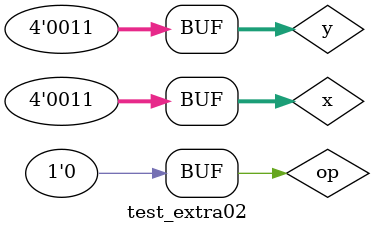
<source format=v>

module extra02  (output s,
  input operator,
  input [3:0]a,
  input [3:0]b); 
 wire sxor1;
 wire sxor2;
 wire sxor3;
 wire sxor4;
 wire sxor5;
 wire sxor6;
 wire noperator;
 wire sor;
 wire sand1;
 wire sand2;
 
xor XOR1 (sxor1,a[0],b[0]);
xor XOR2 (sxor2,a[1],b[1]);
xor XOR3 (sxor3,a[2],b[2]);
xor XOR4 (sxor4,a[3],b[3]);
xor XOR5 (sxor5,a[4],b[4]);
xor XOR6 (sxor6,a[5],b[5]);
or OR1 (sor,sxor1,sxor2,sxor3,sxor4,sxor5,sxor6);
not NOT1 (notor,sor);
and AND1 (sand1,operator,notor);
not NOT2 (noperator,operator);
and AND2 (sand2,noperator,sor);
or OR2 (s,sand1,sand2);


endmodule //extra02;

module test_extra02; 

// ------------------------- definir dados 
  reg [3:0] x; 
  reg [3:0] y;
  reg op; 
  wire s;
  
extra02 ERROR (s,op,x,y);

// ------------------------- parte principal
 initial begin
x = 4'b0000;		y=4'b1111;  op=1'b0;

$display("Extra02 - Lucas Siqueira Chagas - 380783");
$display("Test Somador Algébrico selecionável (Chave)");
$display("\n *** Resultado ***  ");
$display("\n Chave 0 = Diferença \n Chave 1 = Equals \n");
$monitor("x=%b	  y=%b	\n    Chave = %b	\n	Resultado =%b	\n\n",x,y,op,s);

#1 x=4'b1111;	y = 4'b1011;
#1 op = 1'b1;
#1 x=4'b1111;	y = 4'b1111;
#1 op=1'b0;
#1 x=4'b0011;	y = 4'b0011;


end

endmodule //extra02

</source>
